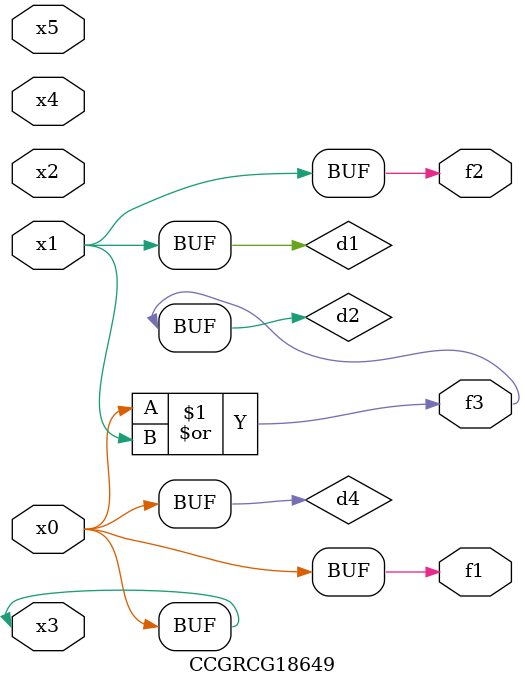
<source format=v>
module CCGRCG18649(
	input x0, x1, x2, x3, x4, x5,
	output f1, f2, f3
);

	wire d1, d2, d3, d4;

	and (d1, x1);
	or (d2, x0, x1);
	nand (d3, x0, x5);
	buf (d4, x0, x3);
	assign f1 = d4;
	assign f2 = d1;
	assign f3 = d2;
endmodule

</source>
